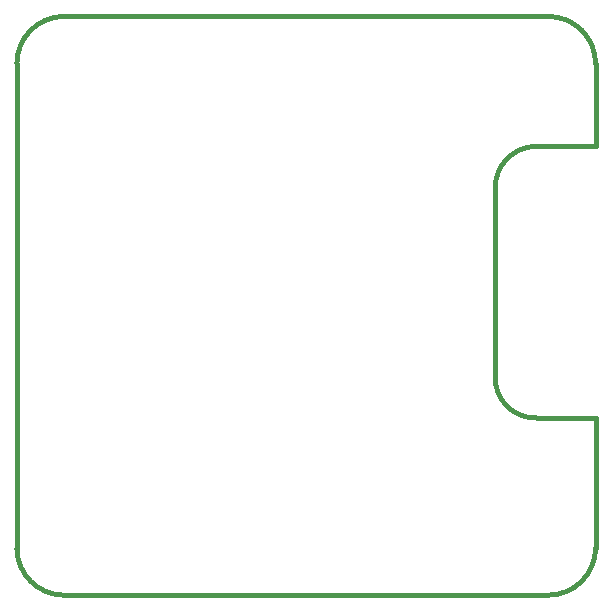
<source format=gm1>
G04 #@! TF.GenerationSoftware,KiCad,Pcbnew,(5.0.2)-1*
G04 #@! TF.CreationDate,2019-11-19T12:04:31-05:00*
G04 #@! TF.ProjectId,SD_CARD_X49,53445f43-4152-4445-9f58-34392e6b6963,X1*
G04 #@! TF.SameCoordinates,Original*
G04 #@! TF.FileFunction,Profile,NP*
%FSLAX46Y46*%
G04 Gerber Fmt 4.6, Leading zero omitted, Abs format (unit mm)*
G04 Created by KiCad (PCBNEW (5.0.2)-1) date 11/19/2019 12:04:31 PM*
%MOMM*%
%LPD*%
G01*
G04 APERTURE LIST*
%ADD10C,0.381000*%
G04 APERTURE END LIST*
D10*
X59000000Y-44000000D02*
X59000000Y-55000000D01*
X59000000Y-14000000D02*
X59000000Y-21000000D01*
X50500000Y-24500000D02*
X50498282Y-40530782D01*
X50500000Y-24500000D02*
G75*
G02X54000000Y-21000000I3500000J0D01*
G01*
X54000000Y-44000000D02*
G75*
G02X50498282Y-40530782I-90066J3410960D01*
G01*
X54000000Y-44000000D02*
X59000000Y-44000000D01*
X59000000Y-21000000D02*
X54000000Y-21000000D01*
X10000000Y-55000000D02*
X10000000Y-14000000D01*
X55000000Y-59000000D02*
X14000000Y-59000000D01*
X14000000Y-10000000D02*
X55000000Y-10000000D01*
X55000000Y-59000000D02*
G75*
G03X59000000Y-55000000I0J4000000D01*
G01*
X59000000Y-14000000D02*
G75*
G03X55000000Y-10000000I-4000000J0D01*
G01*
X14000000Y-10000000D02*
G75*
G03X10000000Y-14000000I0J-4000000D01*
G01*
X10000000Y-55000000D02*
G75*
G03X14000000Y-59000000I4000000J0D01*
G01*
M02*

</source>
